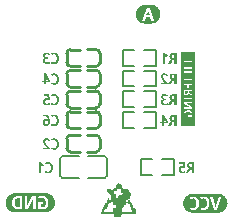
<source format=gbo>
G04 Layer: BottomSilkscreenLayer*
G04 EasyEDA v6.5.40, 2024-02-17 19:59:00*
G04 9a5be75d700b4a6385dc1106f27949ae,10*
G04 Gerber Generator version 0.2*
G04 Scale: 100 percent, Rotated: No, Reflected: No *
G04 Dimensions in millimeters *
G04 leading zeros omitted , absolute positions ,4 integer and 5 decimal *
%FSLAX45Y45*%
%MOMM*%

%ADD10C,0.2540*%
%ADD11C,0.1524*%

%LPD*%
G36*
X995832Y-1630375D02*
G01*
X994664Y-1631543D01*
X994664Y-1639874D01*
X993444Y-1641043D01*
X985113Y-1641043D01*
X983945Y-1642262D01*
X983945Y-1650593D01*
X982726Y-1651762D01*
X974394Y-1651762D01*
X973226Y-1652981D01*
X973226Y-1672031D01*
X972007Y-1673199D01*
X963676Y-1673199D01*
X962507Y-1674418D01*
X962507Y-1682750D01*
X961288Y-1683918D01*
X952957Y-1683918D01*
X951788Y-1685137D01*
X951788Y-1694637D01*
X942086Y-1694637D01*
X939952Y-1693773D01*
X931468Y-1693519D01*
X931214Y-1685036D01*
X929233Y-1683918D01*
X899414Y-1683918D01*
X898194Y-1685137D01*
X898194Y-1704136D01*
X951788Y-1704136D01*
X951788Y-1694637D01*
X961288Y-1694637D01*
X962507Y-1695856D01*
X962507Y-1705356D01*
X982726Y-1705356D01*
X983945Y-1704136D01*
X983945Y-1685137D01*
X985113Y-1683918D01*
X993444Y-1683918D01*
X994664Y-1682750D01*
X994664Y-1674418D01*
X995832Y-1673199D01*
X1004163Y-1673199D01*
X1005332Y-1674418D01*
X1005332Y-1682750D01*
X1006551Y-1683918D01*
X1014882Y-1683918D01*
X1016050Y-1685137D01*
X1016050Y-1714855D01*
X1017269Y-1716074D01*
X1037488Y-1716074D01*
X1037488Y-1725574D01*
X1036319Y-1726793D01*
X1027988Y-1726793D01*
X1026769Y-1727962D01*
X1026769Y-1736293D01*
X1025601Y-1737512D01*
X1006551Y-1737512D01*
X1005332Y-1738680D01*
X1005332Y-1747012D01*
X1004163Y-1748231D01*
X995832Y-1748231D01*
X994664Y-1749399D01*
X994664Y-1757730D01*
X993444Y-1758899D01*
X974394Y-1758899D01*
X973226Y-1757730D01*
X973226Y-1727962D01*
X972007Y-1726793D01*
X963676Y-1726793D01*
X962507Y-1725574D01*
X962507Y-1705356D01*
X952957Y-1705356D01*
X951788Y-1704136D01*
X898194Y-1704136D01*
X899312Y-1706422D01*
X907694Y-1706575D01*
X907846Y-1714957D01*
X909980Y-1716074D01*
X918464Y-1716074D01*
X919632Y-1717243D01*
X919632Y-1725726D01*
X920750Y-1727860D01*
X929132Y-1728012D01*
X929132Y-1736140D01*
X930351Y-1738528D01*
X930351Y-1780336D01*
X920851Y-1780336D01*
X919632Y-1779168D01*
X919632Y-1760118D01*
X918464Y-1758899D01*
X910132Y-1758899D01*
X908913Y-1760118D01*
X908913Y-1779168D01*
X907745Y-1780336D01*
X899414Y-1780336D01*
X898194Y-1781556D01*
X898194Y-1800606D01*
X897026Y-1801774D01*
X888695Y-1801774D01*
X887476Y-1802993D01*
X887476Y-1821992D01*
X886307Y-1823212D01*
X877976Y-1823212D01*
X876757Y-1824380D01*
X876757Y-1832711D01*
X875588Y-1833930D01*
X867257Y-1833930D01*
X866089Y-1835099D01*
X866089Y-1854149D01*
X864869Y-1855368D01*
X856538Y-1855368D01*
X855370Y-1856536D01*
X855370Y-1875586D01*
X876757Y-1875586D01*
X876757Y-1867255D01*
X877976Y-1866087D01*
X886307Y-1866087D01*
X887476Y-1864868D01*
X887476Y-1856536D01*
X888695Y-1855368D01*
X897026Y-1855368D01*
X898194Y-1854149D01*
X898194Y-1835099D01*
X899414Y-1833930D01*
X907745Y-1833930D01*
X908913Y-1832711D01*
X908913Y-1813712D01*
X910132Y-1812493D01*
X918464Y-1812493D01*
X919632Y-1811324D01*
X919632Y-1802993D01*
X920851Y-1801774D01*
X929182Y-1801774D01*
X930351Y-1800606D01*
X930351Y-1780336D01*
X939850Y-1780336D01*
X941069Y-1781556D01*
X941069Y-1789887D01*
X942238Y-1791055D01*
X950569Y-1791055D01*
X951788Y-1792274D01*
X951788Y-1821992D01*
X952957Y-1823212D01*
X972007Y-1823212D01*
X973226Y-1824380D01*
X973226Y-1843430D01*
X972007Y-1844649D01*
X952957Y-1844649D01*
X951788Y-1845818D01*
X951788Y-1887474D01*
X942238Y-1887474D01*
X941069Y-1886305D01*
X941069Y-1877974D01*
X939850Y-1876806D01*
X877976Y-1876806D01*
X876757Y-1875586D01*
X855370Y-1875586D01*
X854151Y-1876806D01*
X851204Y-1876806D01*
X849985Y-1877974D01*
X849985Y-1897024D01*
X851204Y-1898192D01*
X950569Y-1898192D01*
X951788Y-1897024D01*
X951788Y-1887474D01*
X961288Y-1887474D01*
X962507Y-1888693D01*
X962507Y-1918462D01*
X963676Y-1919630D01*
X1014882Y-1919630D01*
X1016050Y-1918462D01*
X1016050Y-1910080D01*
X1017066Y-1908657D01*
X1025499Y-1908657D01*
X1026668Y-1907438D01*
X1026820Y-1845767D01*
X1027988Y-1844649D01*
X1036319Y-1844649D01*
X1037488Y-1843430D01*
X1037488Y-1835099D01*
X1038707Y-1833930D01*
X1047038Y-1833930D01*
X1048207Y-1832711D01*
X1048207Y-1824380D01*
X1049426Y-1823212D01*
X1057706Y-1823212D01*
X1058926Y-1821992D01*
X1058926Y-1781556D01*
X1060145Y-1780336D01*
X1080363Y-1780336D01*
X1080363Y-1789887D01*
X1079144Y-1791055D01*
X1070813Y-1791055D01*
X1069644Y-1792274D01*
X1069644Y-1800606D01*
X1070813Y-1801774D01*
X1079144Y-1801774D01*
X1080363Y-1802993D01*
X1080363Y-1811324D01*
X1081532Y-1812493D01*
X1089863Y-1812493D01*
X1091082Y-1813712D01*
X1091082Y-1832711D01*
X1092250Y-1833930D01*
X1100582Y-1833930D01*
X1101801Y-1835099D01*
X1101801Y-1864868D01*
X1102969Y-1866087D01*
X1111300Y-1866087D01*
X1112469Y-1867255D01*
X1112469Y-1875586D01*
X1111300Y-1876806D01*
X1038707Y-1876806D01*
X1037488Y-1877974D01*
X1037488Y-1897024D01*
X1038707Y-1898192D01*
X1148791Y-1898192D01*
X1150010Y-1897024D01*
X1150010Y-1877974D01*
X1148791Y-1876806D01*
X1145844Y-1876806D01*
X1144625Y-1875586D01*
X1144625Y-1856536D01*
X1143457Y-1855368D01*
X1135126Y-1855368D01*
X1133906Y-1854149D01*
X1133906Y-1845818D01*
X1132738Y-1844649D01*
X1124407Y-1844649D01*
X1123188Y-1843430D01*
X1123188Y-1824380D01*
X1122019Y-1823212D01*
X1113688Y-1823212D01*
X1112469Y-1821992D01*
X1112469Y-1802993D01*
X1111300Y-1801774D01*
X1102969Y-1801774D01*
X1101801Y-1800606D01*
X1101801Y-1792274D01*
X1100582Y-1791055D01*
X1092250Y-1791055D01*
X1091082Y-1789887D01*
X1091082Y-1781556D01*
X1089863Y-1780336D01*
X1080363Y-1780336D01*
X1080363Y-1770837D01*
X1081532Y-1769618D01*
X1089863Y-1769618D01*
X1091082Y-1768449D01*
X1091082Y-1749399D01*
X1092250Y-1748231D01*
X1100582Y-1748231D01*
X1101801Y-1747012D01*
X1101801Y-1717243D01*
X1100582Y-1716074D01*
X1092250Y-1716074D01*
X1091082Y-1714855D01*
X1091082Y-1706372D01*
X1090218Y-1704238D01*
X1089964Y-1695754D01*
X1081481Y-1695500D01*
X1080363Y-1693519D01*
X1080363Y-1685137D01*
X1079144Y-1683918D01*
X1049426Y-1683918D01*
X1048207Y-1685137D01*
X1048207Y-1714855D01*
X1047038Y-1716074D01*
X1037488Y-1716074D01*
X1037488Y-1674418D01*
X1036319Y-1673199D01*
X1027988Y-1673199D01*
X1026769Y-1672031D01*
X1026769Y-1652981D01*
X1025601Y-1651762D01*
X1017269Y-1651762D01*
X1016050Y-1650593D01*
X1016050Y-1642262D01*
X1014882Y-1641043D01*
X1006551Y-1641043D01*
X1005332Y-1639874D01*
X1005332Y-1631543D01*
X1004163Y-1630375D01*
G37*
G36*
X121158Y-1720189D02*
G01*
X114604Y-1720443D01*
X108204Y-1721256D01*
X102006Y-1722526D01*
X95961Y-1724253D01*
X90119Y-1726488D01*
X84480Y-1729079D01*
X79146Y-1732127D01*
X74015Y-1735582D01*
X69240Y-1739392D01*
X64719Y-1743557D01*
X60553Y-1748078D01*
X56743Y-1752854D01*
X53340Y-1757984D01*
X50292Y-1763318D01*
X47650Y-1768957D01*
X45415Y-1774748D01*
X43688Y-1780844D01*
X42418Y-1787042D01*
X41656Y-1793443D01*
X41396Y-1799031D01*
X95808Y-1799031D01*
X96215Y-1790598D01*
X97332Y-1782927D01*
X99263Y-1775866D01*
X101904Y-1769567D01*
X105308Y-1764080D01*
X109423Y-1759305D01*
X114198Y-1755190D01*
X119684Y-1751787D01*
X125831Y-1749145D01*
X132486Y-1747215D01*
X139649Y-1746097D01*
X147370Y-1745691D01*
X224078Y-1745691D01*
X224028Y-1804619D01*
X223062Y-1830273D01*
X223570Y-1830273D01*
X269290Y-1745691D01*
X294944Y-1745691D01*
X294944Y-1850085D01*
X318312Y-1850085D01*
X318312Y-1794713D01*
X358190Y-1794713D01*
X358190Y-1811223D01*
X338124Y-1811223D01*
X338124Y-1837385D01*
X343458Y-1838655D01*
X350215Y-1839366D01*
X353364Y-1839417D01*
X358241Y-1839112D01*
X362661Y-1838198D01*
X366623Y-1836724D01*
X370128Y-1834591D01*
X373227Y-1831797D01*
X375869Y-1828546D01*
X378053Y-1824837D01*
X379780Y-1820621D01*
X381254Y-1815998D01*
X382270Y-1811020D01*
X382879Y-1805736D01*
X383082Y-1800047D01*
X382879Y-1794256D01*
X382168Y-1788871D01*
X380949Y-1783842D01*
X379272Y-1779219D01*
X377190Y-1775053D01*
X374650Y-1771345D01*
X371703Y-1768195D01*
X368350Y-1765503D01*
X364693Y-1763268D01*
X360629Y-1761693D01*
X356057Y-1760728D01*
X351078Y-1760423D01*
X347675Y-1760524D01*
X341071Y-1761439D01*
X334772Y-1763115D01*
X329082Y-1765300D01*
X326440Y-1766519D01*
X319582Y-1750517D01*
X326390Y-1747774D01*
X334060Y-1745691D01*
X342188Y-1744573D01*
X350824Y-1744167D01*
X359054Y-1744573D01*
X366572Y-1745894D01*
X373532Y-1748028D01*
X379780Y-1751025D01*
X385419Y-1754784D01*
X390347Y-1759305D01*
X394563Y-1764436D01*
X398068Y-1770329D01*
X400761Y-1776831D01*
X402640Y-1783943D01*
X403809Y-1791563D01*
X404164Y-1799793D01*
X403809Y-1808480D01*
X402742Y-1816455D01*
X400913Y-1823720D01*
X398322Y-1830273D01*
X395224Y-1836115D01*
X391414Y-1841246D01*
X386943Y-1845665D01*
X381812Y-1849323D01*
X376072Y-1852218D01*
X369824Y-1854301D01*
X363016Y-1855520D01*
X355650Y-1855927D01*
X344982Y-1855571D01*
X335330Y-1854403D01*
X326644Y-1852574D01*
X318312Y-1850085D01*
X294944Y-1850085D01*
X294944Y-1854403D01*
X276656Y-1854403D01*
X276809Y-1793595D01*
X277926Y-1769059D01*
X277164Y-1769059D01*
X231444Y-1854403D01*
X205536Y-1854403D01*
X205536Y-1745691D01*
X180136Y-1745691D01*
X180136Y-1854403D01*
X150164Y-1854403D01*
X141986Y-1853996D01*
X134366Y-1852828D01*
X127355Y-1850847D01*
X120954Y-1848053D01*
X115214Y-1844598D01*
X110185Y-1840382D01*
X105816Y-1835353D01*
X102158Y-1829511D01*
X99415Y-1823059D01*
X97434Y-1815795D01*
X96215Y-1807819D01*
X95808Y-1799031D01*
X41396Y-1799031D01*
X41656Y-1806549D01*
X42418Y-1812950D01*
X43688Y-1819198D01*
X45415Y-1825243D01*
X47650Y-1831086D01*
X50292Y-1836674D01*
X53340Y-1842058D01*
X56743Y-1847138D01*
X60553Y-1851914D01*
X64719Y-1856435D01*
X69240Y-1860600D01*
X74015Y-1864410D01*
X79146Y-1867865D01*
X84480Y-1870913D01*
X90119Y-1873554D01*
X95961Y-1875739D01*
X102006Y-1877466D01*
X108204Y-1878736D01*
X114604Y-1879549D01*
X121158Y-1879803D01*
X378815Y-1879803D01*
X385368Y-1879549D01*
X391769Y-1878736D01*
X398018Y-1877466D01*
X404063Y-1875739D01*
X409905Y-1873554D01*
X415493Y-1870913D01*
X420878Y-1867865D01*
X425958Y-1864410D01*
X430784Y-1860600D01*
X435254Y-1856435D01*
X439420Y-1851914D01*
X443230Y-1847138D01*
X446684Y-1842058D01*
X449732Y-1836674D01*
X452374Y-1831086D01*
X454558Y-1825243D01*
X456336Y-1819198D01*
X457606Y-1812950D01*
X458368Y-1806549D01*
X458622Y-1799996D01*
X458368Y-1793443D01*
X457606Y-1787042D01*
X456336Y-1780844D01*
X454558Y-1774748D01*
X452374Y-1768957D01*
X449732Y-1763318D01*
X446684Y-1757984D01*
X443230Y-1752854D01*
X439420Y-1748078D01*
X435254Y-1743557D01*
X430784Y-1739392D01*
X425958Y-1735582D01*
X420878Y-1732127D01*
X415493Y-1729079D01*
X409905Y-1726488D01*
X404063Y-1724253D01*
X398018Y-1722526D01*
X391769Y-1721256D01*
X385368Y-1720443D01*
X378815Y-1720189D01*
G37*
G36*
X147370Y-1761693D02*
G01*
X142646Y-1761947D01*
X138226Y-1762709D01*
X134264Y-1763979D01*
X130606Y-1765757D01*
X127508Y-1768043D01*
X124764Y-1770888D01*
X122428Y-1774291D01*
X120446Y-1778203D01*
X119024Y-1782673D01*
X118008Y-1787753D01*
X117348Y-1793341D01*
X117144Y-1799539D01*
X117652Y-1808581D01*
X119126Y-1816455D01*
X121564Y-1823059D01*
X125018Y-1828495D01*
X129641Y-1832711D01*
X135280Y-1835759D01*
X141935Y-1837537D01*
X149656Y-1838147D01*
X159562Y-1838147D01*
X159562Y-1761693D01*
G37*
G36*
X1624990Y-1725015D02*
G01*
X1618437Y-1725269D01*
X1612036Y-1726031D01*
X1605838Y-1727301D01*
X1599793Y-1729079D01*
X1593951Y-1731264D01*
X1588312Y-1733905D01*
X1582978Y-1736953D01*
X1577848Y-1740407D01*
X1573072Y-1744218D01*
X1568551Y-1748383D01*
X1564386Y-1752854D01*
X1561819Y-1756105D01*
X1599590Y-1756105D01*
X1606194Y-1753107D01*
X1613814Y-1750771D01*
X1621840Y-1749399D01*
X1629562Y-1748993D01*
X1635251Y-1749247D01*
X1640636Y-1750009D01*
X1645666Y-1751279D01*
X1650390Y-1753057D01*
X1655994Y-1756105D01*
X1688236Y-1756105D01*
X1694789Y-1753107D01*
X1698396Y-1751838D01*
X1702206Y-1750771D01*
X1710232Y-1749399D01*
X1717954Y-1748993D01*
X1723643Y-1749247D01*
X1729028Y-1750009D01*
X1731040Y-1750517D01*
X1795678Y-1750517D01*
X1815998Y-1822094D01*
X1818538Y-1833067D01*
X1820062Y-1840941D01*
X1820519Y-1837182D01*
X1822399Y-1828546D01*
X1824583Y-1820214D01*
X1844446Y-1750517D01*
X1866290Y-1750517D01*
X1831492Y-1859229D01*
X1808632Y-1859229D01*
X1773580Y-1750517D01*
X1731040Y-1750517D01*
X1734057Y-1751279D01*
X1738782Y-1753057D01*
X1743202Y-1755292D01*
X1747215Y-1757934D01*
X1750923Y-1760982D01*
X1754276Y-1764487D01*
X1757273Y-1768449D01*
X1759813Y-1772716D01*
X1761947Y-1777339D01*
X1763674Y-1782267D01*
X1765147Y-1787448D01*
X1766163Y-1792986D01*
X1766773Y-1798777D01*
X1766976Y-1804873D01*
X1766671Y-1813001D01*
X1765706Y-1820621D01*
X1764131Y-1827733D01*
X1761896Y-1834337D01*
X1759051Y-1840230D01*
X1755495Y-1845411D01*
X1751279Y-1849983D01*
X1746402Y-1853895D01*
X1740865Y-1856892D01*
X1734616Y-1859025D01*
X1727657Y-1860296D01*
X1719986Y-1860753D01*
X1712163Y-1860397D01*
X1705000Y-1859483D01*
X1698548Y-1857857D01*
X1692300Y-1855673D01*
X1692300Y-1838909D01*
X1698650Y-1841093D01*
X1705000Y-1842719D01*
X1711248Y-1843836D01*
X1717700Y-1844243D01*
X1722221Y-1843938D01*
X1726336Y-1843074D01*
X1730095Y-1841652D01*
X1733448Y-1839671D01*
X1736293Y-1836978D01*
X1738782Y-1833880D01*
X1740865Y-1830273D01*
X1742592Y-1826209D01*
X1743913Y-1821535D01*
X1744878Y-1816404D01*
X1745437Y-1810867D01*
X1745640Y-1804873D01*
X1745538Y-1800402D01*
X1744624Y-1792274D01*
X1743862Y-1788617D01*
X1742846Y-1785061D01*
X1741627Y-1781759D01*
X1740204Y-1778711D01*
X1738528Y-1775917D01*
X1736648Y-1773478D01*
X1734515Y-1771396D01*
X1732178Y-1769567D01*
X1729638Y-1768043D01*
X1727047Y-1766824D01*
X1724253Y-1765909D01*
X1721307Y-1765401D01*
X1718208Y-1765249D01*
X1715058Y-1765350D01*
X1708962Y-1766366D01*
X1703222Y-1768398D01*
X1695094Y-1772107D01*
X1688236Y-1756105D01*
X1655994Y-1756105D01*
X1658772Y-1757934D01*
X1662379Y-1760982D01*
X1665630Y-1764487D01*
X1668627Y-1768449D01*
X1671218Y-1772716D01*
X1673453Y-1777339D01*
X1675282Y-1782267D01*
X1676603Y-1787448D01*
X1677568Y-1792986D01*
X1678127Y-1798777D01*
X1678330Y-1804873D01*
X1678025Y-1813001D01*
X1677060Y-1820621D01*
X1675485Y-1827733D01*
X1673250Y-1834337D01*
X1670456Y-1840230D01*
X1666951Y-1845411D01*
X1662734Y-1849983D01*
X1657756Y-1853895D01*
X1652219Y-1856892D01*
X1645970Y-1859025D01*
X1639011Y-1860296D01*
X1631340Y-1860753D01*
X1623618Y-1860397D01*
X1616608Y-1859483D01*
X1610055Y-1857857D01*
X1603654Y-1855673D01*
X1603654Y-1838909D01*
X1610004Y-1841093D01*
X1616354Y-1842719D01*
X1622704Y-1843836D01*
X1629054Y-1844243D01*
X1633677Y-1843938D01*
X1637842Y-1843074D01*
X1641551Y-1841652D01*
X1644802Y-1839671D01*
X1647799Y-1836978D01*
X1650339Y-1833880D01*
X1652473Y-1830273D01*
X1654200Y-1826209D01*
X1655521Y-1821535D01*
X1656486Y-1816404D01*
X1657045Y-1810867D01*
X1657248Y-1804873D01*
X1657146Y-1800402D01*
X1656232Y-1792274D01*
X1655470Y-1788617D01*
X1653082Y-1781759D01*
X1651558Y-1778711D01*
X1649882Y-1775917D01*
X1648002Y-1773478D01*
X1645970Y-1771396D01*
X1643684Y-1769567D01*
X1641246Y-1768043D01*
X1638503Y-1766824D01*
X1635658Y-1765909D01*
X1632661Y-1765401D01*
X1629562Y-1765249D01*
X1626412Y-1765350D01*
X1620316Y-1766366D01*
X1614576Y-1768398D01*
X1606448Y-1772107D01*
X1599590Y-1756105D01*
X1561819Y-1756105D01*
X1557172Y-1762760D01*
X1554124Y-1768144D01*
X1551482Y-1773732D01*
X1549247Y-1779574D01*
X1547520Y-1785620D01*
X1546250Y-1791868D01*
X1545437Y-1798269D01*
X1545183Y-1804822D01*
X1545437Y-1811324D01*
X1546250Y-1817725D01*
X1547520Y-1823974D01*
X1549247Y-1830019D01*
X1551482Y-1835861D01*
X1554124Y-1841500D01*
X1557172Y-1846834D01*
X1560576Y-1851914D01*
X1564386Y-1856739D01*
X1568551Y-1861261D01*
X1573072Y-1865375D01*
X1577848Y-1869236D01*
X1582978Y-1872640D01*
X1588312Y-1875688D01*
X1593951Y-1878330D01*
X1599793Y-1880565D01*
X1605838Y-1882292D01*
X1612036Y-1883562D01*
X1618437Y-1884324D01*
X1624990Y-1884629D01*
X1840890Y-1884629D01*
X1847443Y-1884324D01*
X1853844Y-1883562D01*
X1860092Y-1882292D01*
X1866138Y-1880565D01*
X1871980Y-1878330D01*
X1877568Y-1875688D01*
X1882952Y-1872640D01*
X1888032Y-1869236D01*
X1892858Y-1865375D01*
X1897329Y-1861261D01*
X1901494Y-1856739D01*
X1905304Y-1851914D01*
X1908759Y-1846834D01*
X1911807Y-1841500D01*
X1914448Y-1835861D01*
X1916633Y-1830019D01*
X1918360Y-1823974D01*
X1919681Y-1817725D01*
X1920443Y-1811324D01*
X1920697Y-1804822D01*
X1920443Y-1798269D01*
X1919681Y-1791868D01*
X1918360Y-1785620D01*
X1916633Y-1779574D01*
X1914448Y-1773732D01*
X1911807Y-1768144D01*
X1908759Y-1762760D01*
X1905304Y-1757680D01*
X1901494Y-1752854D01*
X1897329Y-1748383D01*
X1892858Y-1744218D01*
X1888032Y-1740407D01*
X1882952Y-1736953D01*
X1877568Y-1733905D01*
X1871980Y-1731264D01*
X1866138Y-1729079D01*
X1860092Y-1727301D01*
X1853844Y-1726031D01*
X1847443Y-1725269D01*
X1840890Y-1725015D01*
G37*
G36*
X1224991Y-125018D02*
G01*
X1218438Y-125272D01*
X1212037Y-126034D01*
X1205839Y-127304D01*
X1199794Y-129082D01*
X1193952Y-131267D01*
X1188313Y-133908D01*
X1182979Y-136956D01*
X1177848Y-140411D01*
X1173073Y-144221D01*
X1168552Y-148386D01*
X1164386Y-152857D01*
X1160576Y-157683D01*
X1157173Y-162763D01*
X1154125Y-168148D01*
X1151483Y-173736D01*
X1149248Y-179578D01*
X1147521Y-185623D01*
X1146251Y-191871D01*
X1145438Y-198272D01*
X1145184Y-204825D01*
X1145438Y-211328D01*
X1146251Y-217728D01*
X1147521Y-223977D01*
X1149248Y-230022D01*
X1151483Y-235864D01*
X1154125Y-241503D01*
X1157173Y-246837D01*
X1160576Y-251917D01*
X1164386Y-256743D01*
X1166680Y-259232D01*
X1199642Y-259232D01*
X1236218Y-150012D01*
X1260856Y-150012D01*
X1297432Y-259232D01*
X1275588Y-259232D01*
X1267206Y-230530D01*
X1229868Y-230530D01*
X1221486Y-259232D01*
X1166680Y-259232D01*
X1168552Y-261264D01*
X1173073Y-265379D01*
X1177848Y-269240D01*
X1182979Y-272643D01*
X1188313Y-275691D01*
X1193952Y-278333D01*
X1199794Y-280568D01*
X1205839Y-282295D01*
X1212037Y-283565D01*
X1218438Y-284327D01*
X1224991Y-284632D01*
X1272032Y-284632D01*
X1278585Y-284327D01*
X1284986Y-283565D01*
X1291234Y-282295D01*
X1297279Y-280568D01*
X1303121Y-278333D01*
X1308709Y-275691D01*
X1314094Y-272643D01*
X1319174Y-269240D01*
X1324000Y-265379D01*
X1328470Y-261264D01*
X1332636Y-256743D01*
X1336446Y-251917D01*
X1339900Y-246837D01*
X1342948Y-241503D01*
X1345590Y-235864D01*
X1347774Y-230022D01*
X1349502Y-223977D01*
X1350822Y-217728D01*
X1351584Y-211328D01*
X1351838Y-204825D01*
X1351584Y-198272D01*
X1350822Y-191871D01*
X1349502Y-185623D01*
X1347774Y-179578D01*
X1345590Y-173736D01*
X1342948Y-168148D01*
X1339900Y-162763D01*
X1336446Y-157683D01*
X1332636Y-152857D01*
X1328470Y-148386D01*
X1324000Y-144221D01*
X1319174Y-140411D01*
X1314094Y-136956D01*
X1308709Y-133908D01*
X1303121Y-131267D01*
X1297279Y-129082D01*
X1291234Y-127304D01*
X1284986Y-126034D01*
X1278585Y-125272D01*
X1272032Y-125018D01*
G37*
G36*
X1248410Y-165760D02*
G01*
X1243584Y-185572D01*
X1234694Y-213766D01*
X1261872Y-213766D01*
X1251610Y-179120D01*
G37*
G36*
X1525016Y-524052D02*
G01*
X1525016Y-598525D01*
X1622958Y-598525D01*
X1622958Y-611733D01*
X1593494Y-611733D01*
X1593494Y-635609D01*
X1582572Y-635609D01*
X1582572Y-611733D01*
X1561236Y-611733D01*
X1561236Y-637641D01*
X1550314Y-637641D01*
X1550314Y-598525D01*
X1525016Y-598525D01*
X1525016Y-644499D01*
X1557934Y-644499D01*
X1561236Y-652881D01*
X1612290Y-652881D01*
X1615592Y-644499D01*
X1622958Y-644499D01*
X1622958Y-674725D01*
X1615592Y-674725D01*
X1612290Y-666343D01*
X1561236Y-666343D01*
X1557934Y-674725D01*
X1550314Y-674725D01*
X1550314Y-644499D01*
X1525016Y-644499D01*
X1525016Y-686663D01*
X1622958Y-686663D01*
X1622958Y-728065D01*
X1612036Y-728065D01*
X1612036Y-700125D01*
X1550314Y-700125D01*
X1550314Y-686663D01*
X1525016Y-686663D01*
X1525016Y-731113D01*
X1561490Y-731113D01*
X1561490Y-749909D01*
X1622958Y-749909D01*
X1622958Y-763625D01*
X1561490Y-763625D01*
X1561490Y-782421D01*
X1550314Y-782421D01*
X1550314Y-731113D01*
X1525016Y-731113D01*
X1525016Y-792581D01*
X1622958Y-792581D01*
X1622958Y-831697D01*
X1612036Y-831697D01*
X1612036Y-806297D01*
X1590700Y-806297D01*
X1590700Y-830173D01*
X1579778Y-830173D01*
X1579778Y-806297D01*
X1561236Y-806297D01*
X1561236Y-831697D01*
X1550314Y-831697D01*
X1550314Y-792581D01*
X1525016Y-792581D01*
X1525016Y-845667D01*
X1622958Y-845667D01*
X1622958Y-859383D01*
X1594256Y-859383D01*
X1594256Y-868273D01*
X1622958Y-884021D01*
X1622958Y-899261D01*
X1590954Y-879957D01*
X1589227Y-883107D01*
X1587144Y-886053D01*
X1584248Y-888695D01*
X1582623Y-889762D01*
X1578762Y-891387D01*
X1574190Y-892302D01*
X1571650Y-892403D01*
X1568196Y-892200D01*
X1565097Y-891692D01*
X1562252Y-890828D01*
X1559712Y-889609D01*
X1557528Y-887882D01*
X1555699Y-885850D01*
X1554124Y-883462D01*
X1552854Y-880719D01*
X1551736Y-877620D01*
X1550924Y-874115D01*
X1550466Y-870203D01*
X1550314Y-845667D01*
X1525016Y-845667D01*
X1525016Y-902817D01*
X1557934Y-902817D01*
X1561236Y-911199D01*
X1612290Y-911199D01*
X1615592Y-902817D01*
X1622958Y-902817D01*
X1622958Y-933043D01*
X1615592Y-933043D01*
X1612290Y-924661D01*
X1561236Y-924661D01*
X1557934Y-933043D01*
X1550314Y-933043D01*
X1550314Y-902817D01*
X1525016Y-902817D01*
X1525016Y-944981D01*
X1622958Y-944981D01*
X1622958Y-957173D01*
X1581048Y-957173D01*
X1566062Y-956411D01*
X1566062Y-956665D01*
X1622958Y-987399D01*
X1622958Y-1004417D01*
X1550314Y-1004417D01*
X1550314Y-992225D01*
X1592478Y-992225D01*
X1606956Y-992987D01*
X1606956Y-992479D01*
X1550314Y-961999D01*
X1550314Y-944981D01*
X1525016Y-944981D01*
X1525016Y-1054201D01*
X1549298Y-1054201D01*
X1549552Y-1048562D01*
X1550416Y-1043432D01*
X1551838Y-1038809D01*
X1553870Y-1034643D01*
X1556359Y-1030935D01*
X1559356Y-1027734D01*
X1562862Y-1024940D01*
X1566824Y-1022705D01*
X1571193Y-1020826D01*
X1575968Y-1019454D01*
X1581099Y-1018641D01*
X1586636Y-1018387D01*
X1592376Y-1018590D01*
X1597660Y-1019302D01*
X1602536Y-1020521D01*
X1606956Y-1022197D01*
X1610868Y-1024432D01*
X1614322Y-1027023D01*
X1617218Y-1029969D01*
X1619656Y-1033373D01*
X1621536Y-1037234D01*
X1622856Y-1041400D01*
X1623669Y-1045971D01*
X1623974Y-1050899D01*
X1623720Y-1057910D01*
X1622958Y-1064361D01*
X1621688Y-1070203D01*
X1619910Y-1075537D01*
X1583080Y-1075537D01*
X1583080Y-1049121D01*
X1594256Y-1049121D01*
X1594256Y-1062583D01*
X1611782Y-1062583D01*
X1612798Y-1056233D01*
X1613052Y-1052423D01*
X1612849Y-1049121D01*
X1612188Y-1046175D01*
X1611172Y-1043533D01*
X1609750Y-1041247D01*
X1607921Y-1039114D01*
X1605737Y-1037285D01*
X1603197Y-1035812D01*
X1600352Y-1034643D01*
X1597304Y-1033729D01*
X1590548Y-1032713D01*
X1582928Y-1032764D01*
X1579321Y-1033221D01*
X1575968Y-1034034D01*
X1570024Y-1036421D01*
X1567484Y-1038047D01*
X1565351Y-1039977D01*
X1563522Y-1042263D01*
X1562150Y-1044803D01*
X1561236Y-1047597D01*
X1560626Y-1050645D01*
X1560525Y-1056182D01*
X1561033Y-1060500D01*
X1562150Y-1064666D01*
X1564538Y-1070457D01*
X1553870Y-1075029D01*
X1551990Y-1070254D01*
X1550568Y-1065123D01*
X1549603Y-1059738D01*
X1549298Y-1054201D01*
X1525016Y-1054201D01*
X1525016Y-1150010D01*
X1648358Y-1150010D01*
X1648358Y-524052D01*
G37*
G36*
X1561236Y-859383D02*
G01*
X1561287Y-867410D01*
X1561795Y-871219D01*
X1562252Y-872845D01*
X1562912Y-874268D01*
X1564690Y-876401D01*
X1567027Y-877824D01*
X1570228Y-878586D01*
X1573987Y-878586D01*
X1577136Y-877824D01*
X1579676Y-876401D01*
X1581607Y-874268D01*
X1582877Y-871321D01*
X1583486Y-867664D01*
X1583588Y-859383D01*
G37*
G36*
X451307Y-530860D02*
G01*
X444804Y-531266D01*
X438099Y-532384D01*
X431495Y-534416D01*
X425907Y-536956D01*
X431749Y-550672D01*
X441147Y-546608D01*
X446176Y-545287D01*
X451561Y-544830D01*
X454202Y-544982D01*
X456692Y-545439D01*
X459130Y-546150D01*
X461467Y-547116D01*
X465480Y-550113D01*
X468833Y-553974D01*
X471525Y-558952D01*
X473405Y-564642D01*
X474522Y-571347D01*
X474929Y-578612D01*
X474776Y-583742D01*
X474268Y-588467D01*
X473506Y-592785D01*
X472389Y-596646D01*
X470966Y-600252D01*
X469138Y-603402D01*
X467004Y-606094D01*
X464515Y-608330D01*
X461670Y-610006D01*
X458470Y-611225D01*
X454964Y-611936D01*
X448259Y-612089D01*
X442823Y-611581D01*
X437438Y-610463D01*
X432104Y-608685D01*
X429463Y-607568D01*
X429463Y-621792D01*
X434848Y-623824D01*
X440385Y-625348D01*
X446328Y-626110D01*
X453085Y-626364D01*
X459638Y-626008D01*
X465582Y-624840D01*
X470966Y-622960D01*
X475691Y-620268D01*
X479856Y-617067D01*
X483412Y-613257D01*
X486460Y-608787D01*
X488899Y-603758D01*
X492150Y-592175D01*
X493217Y-578612D01*
X493064Y-573430D01*
X492506Y-568452D01*
X491642Y-563778D01*
X490423Y-559308D01*
X488848Y-555142D01*
X486968Y-551281D01*
X484784Y-547674D01*
X482295Y-544322D01*
X479450Y-541324D01*
X476300Y-538683D01*
X472846Y-536397D01*
X469087Y-534416D01*
X465124Y-532892D01*
X460857Y-531774D01*
X456234Y-531114D01*
G37*
G36*
X388315Y-530860D02*
G01*
X381863Y-531266D01*
X376174Y-532384D01*
X371297Y-534314D01*
X367233Y-536956D01*
X363880Y-540308D01*
X361492Y-544169D01*
X360070Y-548538D01*
X359613Y-553466D01*
X359765Y-556463D01*
X360222Y-559257D01*
X361035Y-561898D01*
X362153Y-564388D01*
X363524Y-566572D01*
X365150Y-568553D01*
X366979Y-570280D01*
X371144Y-573176D01*
X373430Y-574395D01*
X375970Y-575360D01*
X378663Y-576072D01*
X378663Y-576580D01*
X373684Y-577494D01*
X369316Y-578967D01*
X365658Y-580948D01*
X362661Y-583438D01*
X360324Y-586486D01*
X358648Y-589940D01*
X357682Y-593852D01*
X357327Y-598170D01*
X357530Y-602132D01*
X358241Y-605891D01*
X359308Y-609396D01*
X360883Y-612648D01*
X362915Y-615645D01*
X365506Y-618337D01*
X368655Y-620623D01*
X372313Y-622554D01*
X376428Y-624230D01*
X381101Y-625449D01*
X386334Y-626160D01*
X395833Y-626313D01*
X402539Y-625652D01*
X408584Y-624382D01*
X414426Y-622503D01*
X417271Y-621284D01*
X417271Y-606806D01*
X414426Y-608279D01*
X408482Y-610565D01*
X402336Y-612089D01*
X396595Y-612851D01*
X389178Y-612648D01*
X385267Y-611886D01*
X382117Y-610616D01*
X379679Y-608838D01*
X377799Y-606602D01*
X376428Y-603961D01*
X375615Y-600913D01*
X375361Y-597408D01*
X375513Y-595223D01*
X375920Y-593242D01*
X376631Y-591413D01*
X378815Y-588365D01*
X380288Y-587146D01*
X382117Y-586079D01*
X384251Y-585216D01*
X386842Y-584555D01*
X393192Y-583793D01*
X403555Y-583692D01*
X403555Y-570738D01*
X393192Y-570636D01*
X390093Y-570230D01*
X387350Y-569620D01*
X383032Y-567740D01*
X381304Y-566572D01*
X379984Y-565200D01*
X378053Y-562051D01*
X377393Y-560273D01*
X376885Y-556260D01*
X377088Y-553669D01*
X377698Y-551332D01*
X378764Y-549351D01*
X380187Y-547624D01*
X382016Y-546201D01*
X384200Y-545185D01*
X386689Y-544525D01*
X389585Y-544322D01*
X393700Y-544576D01*
X397459Y-545338D01*
X401015Y-546557D01*
X404063Y-548132D01*
X409143Y-551434D01*
X417017Y-540258D01*
X411378Y-536600D01*
X407263Y-534466D01*
X402590Y-532841D01*
X397256Y-531571D01*
X391414Y-530961D01*
G37*
G36*
X451408Y-705866D02*
G01*
X444754Y-706272D01*
X437946Y-707390D01*
X431546Y-709422D01*
X426008Y-711962D01*
X431850Y-725678D01*
X441248Y-721614D01*
X446227Y-720293D01*
X448767Y-719937D01*
X454101Y-719988D01*
X456692Y-720394D01*
X461314Y-722122D01*
X463499Y-723493D01*
X467309Y-726948D01*
X468934Y-728980D01*
X471627Y-733958D01*
X473506Y-739648D01*
X474624Y-746302D01*
X475030Y-753618D01*
X474878Y-758748D01*
X474370Y-763473D01*
X473608Y-767791D01*
X472490Y-771652D01*
X471068Y-775258D01*
X469239Y-778408D01*
X467106Y-781100D01*
X464616Y-783336D01*
X461772Y-785012D01*
X458571Y-786180D01*
X455066Y-786942D01*
X448360Y-787095D01*
X442925Y-786587D01*
X437540Y-785469D01*
X429310Y-782574D01*
X429310Y-796798D01*
X434797Y-798830D01*
X440486Y-800354D01*
X446481Y-801116D01*
X453186Y-801370D01*
X459638Y-801014D01*
X465480Y-799846D01*
X470814Y-797966D01*
X475538Y-795274D01*
X479704Y-792073D01*
X483311Y-788212D01*
X486308Y-783793D01*
X488746Y-778764D01*
X491998Y-767130D01*
X493064Y-753618D01*
X492912Y-748436D01*
X492353Y-743458D01*
X491490Y-738784D01*
X490270Y-734314D01*
X488848Y-730148D01*
X487019Y-726236D01*
X484885Y-722680D01*
X482396Y-719328D01*
X479551Y-716330D01*
X476453Y-713689D01*
X472948Y-711403D01*
X469188Y-709422D01*
X465124Y-707898D01*
X460806Y-706780D01*
X456234Y-706120D01*
G37*
G36*
X364794Y-706882D02*
G01*
X364794Y-725678D01*
X381558Y-725678D01*
X386384Y-735838D01*
X404418Y-766826D01*
X381812Y-766826D01*
X381762Y-743153D01*
X381050Y-725678D01*
X364794Y-725678D01*
X364794Y-766826D01*
X353872Y-766826D01*
X353872Y-780034D01*
X364794Y-780034D01*
X364794Y-800100D01*
X381812Y-800100D01*
X381812Y-780034D01*
X419912Y-780034D01*
X419912Y-767842D01*
X381304Y-706882D01*
G37*
G36*
X451307Y-880973D02*
G01*
X444855Y-881380D01*
X438099Y-882497D01*
X431495Y-884428D01*
X428599Y-885647D01*
X425907Y-887069D01*
X431749Y-900531D01*
X436372Y-898550D01*
X443585Y-895959D01*
X448818Y-895045D01*
X451561Y-894943D01*
X454202Y-895096D01*
X456692Y-895502D01*
X459130Y-896213D01*
X461467Y-897229D01*
X463550Y-898499D01*
X465480Y-900074D01*
X468833Y-904087D01*
X470255Y-906373D01*
X471525Y-908913D01*
X473405Y-914755D01*
X474573Y-921308D01*
X474929Y-928725D01*
X474776Y-933754D01*
X474319Y-938428D01*
X473506Y-942797D01*
X472389Y-946759D01*
X470966Y-950264D01*
X469138Y-953312D01*
X467004Y-955954D01*
X464515Y-958189D01*
X461670Y-959967D01*
X458470Y-961237D01*
X454964Y-961999D01*
X451053Y-962253D01*
X445516Y-961948D01*
X440131Y-960983D01*
X434797Y-959510D01*
X429463Y-957681D01*
X429463Y-971905D01*
X434848Y-973886D01*
X440385Y-975207D01*
X446379Y-975969D01*
X453085Y-976223D01*
X459638Y-975868D01*
X465582Y-974750D01*
X470966Y-972921D01*
X475691Y-970381D01*
X479856Y-967130D01*
X483463Y-963269D01*
X486460Y-958748D01*
X488899Y-953617D01*
X492150Y-941984D01*
X493217Y-928471D01*
X493064Y-923391D01*
X492506Y-918514D01*
X491642Y-913841D01*
X490423Y-909421D01*
X488848Y-905154D01*
X487019Y-901192D01*
X484784Y-897534D01*
X482295Y-894181D01*
X479450Y-891184D01*
X476351Y-888542D01*
X472846Y-886256D01*
X469087Y-884275D01*
X465124Y-882853D01*
X460857Y-881786D01*
X456234Y-881176D01*
G37*
G36*
X363677Y-882243D02*
G01*
X363677Y-896467D01*
X395427Y-896467D01*
X397205Y-917803D01*
X389382Y-916686D01*
X385521Y-916533D01*
X381558Y-916736D01*
X377850Y-917346D01*
X374345Y-918413D01*
X371043Y-919835D01*
X368046Y-921664D01*
X365404Y-923848D01*
X363067Y-926388D01*
X361137Y-929233D01*
X359562Y-932586D01*
X358495Y-936244D01*
X357784Y-940206D01*
X357581Y-944473D01*
X357835Y-949248D01*
X358597Y-953668D01*
X359867Y-957783D01*
X361645Y-961491D01*
X363778Y-964844D01*
X366420Y-967790D01*
X369519Y-970330D01*
X373075Y-972413D01*
X377088Y-974090D01*
X381609Y-975258D01*
X386486Y-975969D01*
X391871Y-976223D01*
X398729Y-975918D01*
X405079Y-974953D01*
X410718Y-973378D01*
X413207Y-972362D01*
X415493Y-971143D01*
X415493Y-956665D01*
X410464Y-959002D01*
X404571Y-960983D01*
X398424Y-962304D01*
X392633Y-962761D01*
X389940Y-962660D01*
X385267Y-961745D01*
X383235Y-960983D01*
X381457Y-959967D01*
X379882Y-958697D01*
X378510Y-957173D01*
X376377Y-953465D01*
X375666Y-951280D01*
X375259Y-948791D01*
X375107Y-945997D01*
X375412Y-942289D01*
X376275Y-939088D01*
X377698Y-936345D01*
X379679Y-934059D01*
X382168Y-932383D01*
X385267Y-931214D01*
X389026Y-930503D01*
X395071Y-930300D01*
X398627Y-930554D01*
X406603Y-932027D01*
X413715Y-928217D01*
X410413Y-882243D01*
G37*
G36*
X451408Y-1055979D02*
G01*
X444754Y-1056335D01*
X437946Y-1057503D01*
X431546Y-1059434D01*
X428650Y-1060653D01*
X426008Y-1062075D01*
X431850Y-1075537D01*
X436473Y-1073556D01*
X443687Y-1070965D01*
X448767Y-1070051D01*
X454101Y-1070102D01*
X456692Y-1070508D01*
X459079Y-1071219D01*
X463499Y-1073505D01*
X465480Y-1075080D01*
X467309Y-1076960D01*
X470357Y-1081379D01*
X471627Y-1083919D01*
X473506Y-1089761D01*
X474624Y-1096314D01*
X475030Y-1103731D01*
X474878Y-1108760D01*
X474370Y-1113434D01*
X473608Y-1117803D01*
X472490Y-1121765D01*
X471068Y-1125220D01*
X469239Y-1128318D01*
X467106Y-1130960D01*
X464616Y-1133195D01*
X461772Y-1134973D01*
X458571Y-1136243D01*
X455066Y-1137005D01*
X451154Y-1137259D01*
X445617Y-1136954D01*
X440232Y-1135989D01*
X434848Y-1134516D01*
X429310Y-1132687D01*
X429310Y-1146911D01*
X434797Y-1148892D01*
X440486Y-1150213D01*
X446481Y-1150975D01*
X453186Y-1151229D01*
X459638Y-1150874D01*
X465480Y-1149756D01*
X470814Y-1147927D01*
X475538Y-1145387D01*
X479704Y-1142136D01*
X483311Y-1138275D01*
X486308Y-1133754D01*
X488746Y-1128623D01*
X491998Y-1116990D01*
X493064Y-1103477D01*
X492912Y-1098397D01*
X492353Y-1093520D01*
X491490Y-1088847D01*
X488848Y-1080160D01*
X487019Y-1076147D01*
X484885Y-1072540D01*
X482396Y-1069187D01*
X479551Y-1066190D01*
X476453Y-1063548D01*
X472948Y-1061212D01*
X469188Y-1059281D01*
X465124Y-1057859D01*
X460806Y-1056792D01*
X456234Y-1056182D01*
G37*
G36*
X372618Y-1055979D02*
G01*
X366268Y-1056386D01*
X362254Y-1056995D01*
X362254Y-1070457D01*
X364845Y-1069797D01*
X371906Y-1069187D01*
X377291Y-1069340D01*
X380746Y-1069746D01*
X383743Y-1070457D01*
X386384Y-1071473D01*
X388823Y-1072845D01*
X390956Y-1074470D01*
X392836Y-1076299D01*
X394512Y-1078331D01*
X396036Y-1080668D01*
X397306Y-1083157D01*
X398322Y-1085748D01*
X399745Y-1091488D01*
X400659Y-1097991D01*
X400862Y-1101445D01*
X400100Y-1101445D01*
X398119Y-1098397D01*
X395782Y-1095857D01*
X392988Y-1093571D01*
X389686Y-1091793D01*
X385622Y-1090828D01*
X381050Y-1090523D01*
X377342Y-1090726D01*
X373938Y-1091336D01*
X370789Y-1092403D01*
X367842Y-1093825D01*
X365201Y-1095756D01*
X362915Y-1098092D01*
X360883Y-1100734D01*
X359206Y-1103731D01*
X357886Y-1107186D01*
X356920Y-1110996D01*
X356362Y-1115060D01*
X356158Y-1119479D01*
X373176Y-1119479D01*
X373380Y-1115974D01*
X373938Y-1112875D01*
X374904Y-1110132D01*
X376224Y-1107795D01*
X377952Y-1105814D01*
X380085Y-1104392D01*
X382676Y-1103528D01*
X385622Y-1103223D01*
X387705Y-1103376D01*
X389636Y-1103782D01*
X391363Y-1104493D01*
X394411Y-1106627D01*
X395732Y-1107846D01*
X397814Y-1110843D01*
X399135Y-1114196D01*
X399491Y-1115923D01*
X399542Y-1119581D01*
X399186Y-1123137D01*
X398373Y-1126540D01*
X397103Y-1129842D01*
X395325Y-1132840D01*
X393039Y-1135278D01*
X390398Y-1137005D01*
X387502Y-1137920D01*
X385876Y-1138021D01*
X383133Y-1137716D01*
X380695Y-1136904D01*
X378561Y-1135430D01*
X376732Y-1133449D01*
X375158Y-1130858D01*
X374040Y-1127658D01*
X373380Y-1123899D01*
X373176Y-1119479D01*
X356158Y-1119479D01*
X356362Y-1124254D01*
X357022Y-1128674D01*
X358140Y-1132789D01*
X359714Y-1136497D01*
X361696Y-1139850D01*
X364032Y-1142796D01*
X366776Y-1145286D01*
X369874Y-1147419D01*
X373329Y-1149096D01*
X377037Y-1150264D01*
X381050Y-1150975D01*
X385368Y-1151229D01*
X388620Y-1151077D01*
X391769Y-1150670D01*
X394868Y-1149959D01*
X397814Y-1148943D01*
X400608Y-1147521D01*
X403199Y-1145794D01*
X405587Y-1143711D01*
X407720Y-1141323D01*
X409752Y-1138631D01*
X411581Y-1135583D01*
X413207Y-1132281D01*
X414578Y-1128623D01*
X415594Y-1124661D01*
X416306Y-1120292D01*
X416712Y-1115618D01*
X416814Y-1106525D01*
X416306Y-1098550D01*
X415239Y-1090726D01*
X413308Y-1083360D01*
X410616Y-1076502D01*
X408889Y-1073302D01*
X406806Y-1070305D01*
X404418Y-1067409D01*
X401828Y-1064869D01*
X398881Y-1062634D01*
X395630Y-1060704D01*
X391972Y-1059027D01*
X388061Y-1057706D01*
X383794Y-1056741D01*
X379069Y-1056182D01*
G37*
G36*
X401370Y-1455877D02*
G01*
X394716Y-1456283D01*
X387908Y-1457401D01*
X381508Y-1459433D01*
X375970Y-1461973D01*
X381812Y-1475689D01*
X386435Y-1473504D01*
X391210Y-1471625D01*
X396240Y-1470304D01*
X398881Y-1469948D01*
X401624Y-1469847D01*
X404215Y-1469999D01*
X406704Y-1470406D01*
X409041Y-1471117D01*
X411276Y-1472133D01*
X413461Y-1473504D01*
X417271Y-1476959D01*
X418896Y-1478991D01*
X421589Y-1483918D01*
X423468Y-1489659D01*
X424637Y-1496314D01*
X424992Y-1503629D01*
X424840Y-1508760D01*
X424332Y-1513484D01*
X423570Y-1517751D01*
X422452Y-1521663D01*
X421030Y-1525270D01*
X419201Y-1528419D01*
X417068Y-1531112D01*
X414578Y-1533347D01*
X411734Y-1535023D01*
X408533Y-1536192D01*
X405028Y-1536903D01*
X401116Y-1537157D01*
X395579Y-1536903D01*
X390194Y-1536141D01*
X384860Y-1534617D01*
X379526Y-1532585D01*
X379526Y-1546809D01*
X384911Y-1548841D01*
X390448Y-1550365D01*
X396392Y-1551127D01*
X403148Y-1551381D01*
X409600Y-1551025D01*
X415442Y-1549857D01*
X420776Y-1547977D01*
X425500Y-1545285D01*
X429768Y-1542084D01*
X433374Y-1538224D01*
X436372Y-1533804D01*
X438708Y-1528775D01*
X441959Y-1517142D01*
X443026Y-1503629D01*
X442874Y-1498396D01*
X442417Y-1493469D01*
X441604Y-1488795D01*
X440486Y-1484325D01*
X438912Y-1480159D01*
X437083Y-1476248D01*
X434848Y-1472641D01*
X432358Y-1469339D01*
X429514Y-1466342D01*
X426415Y-1463700D01*
X422909Y-1461363D01*
X419150Y-1459433D01*
X415086Y-1457858D01*
X410768Y-1456791D01*
X406196Y-1456080D01*
G37*
G36*
X322376Y-1457147D02*
G01*
X322376Y-1550111D01*
X339648Y-1550111D01*
X339648Y-1486357D01*
X339140Y-1474673D01*
X344779Y-1480413D01*
X355396Y-1489659D01*
X364286Y-1479499D01*
X337108Y-1457147D01*
G37*
G36*
X451307Y-1255826D02*
G01*
X444804Y-1256233D01*
X434644Y-1258417D01*
X428548Y-1260602D01*
X425907Y-1261922D01*
X431749Y-1275638D01*
X436372Y-1273454D01*
X441147Y-1271574D01*
X446176Y-1270406D01*
X451561Y-1270050D01*
X454151Y-1270203D01*
X456692Y-1270609D01*
X459130Y-1271320D01*
X461467Y-1272336D01*
X463550Y-1273606D01*
X465480Y-1275130D01*
X468833Y-1278940D01*
X471474Y-1283868D01*
X473405Y-1289608D01*
X474522Y-1296314D01*
X474929Y-1303832D01*
X474776Y-1308811D01*
X474268Y-1313484D01*
X473506Y-1317701D01*
X472389Y-1321612D01*
X470916Y-1325168D01*
X469138Y-1328318D01*
X467004Y-1331010D01*
X464515Y-1333296D01*
X461670Y-1335074D01*
X458470Y-1336344D01*
X454914Y-1337106D01*
X451053Y-1337360D01*
X445516Y-1337056D01*
X440131Y-1336090D01*
X434797Y-1334617D01*
X429463Y-1332788D01*
X429463Y-1347012D01*
X434848Y-1348943D01*
X440385Y-1350314D01*
X446328Y-1351076D01*
X453085Y-1351330D01*
X459638Y-1350975D01*
X465582Y-1349857D01*
X470916Y-1348028D01*
X475691Y-1345488D01*
X479856Y-1342136D01*
X483412Y-1338224D01*
X486460Y-1333754D01*
X488899Y-1328724D01*
X492150Y-1317091D01*
X493217Y-1303578D01*
X493014Y-1298448D01*
X492506Y-1293520D01*
X491642Y-1288796D01*
X490423Y-1284274D01*
X488848Y-1280109D01*
X486968Y-1276197D01*
X484784Y-1272590D01*
X482295Y-1269288D01*
X479450Y-1266291D01*
X476300Y-1263650D01*
X472846Y-1261313D01*
X469087Y-1259382D01*
X465124Y-1257808D01*
X460806Y-1256690D01*
X456234Y-1256030D01*
G37*
G36*
X386791Y-1255826D02*
G01*
X382727Y-1256030D01*
X378917Y-1256639D01*
X375361Y-1257655D01*
X372059Y-1259128D01*
X369163Y-1260805D01*
X366674Y-1262786D01*
X364490Y-1265123D01*
X362661Y-1267764D01*
X361086Y-1270660D01*
X359968Y-1273860D01*
X359308Y-1277264D01*
X359105Y-1280972D01*
X359206Y-1283716D01*
X360121Y-1288897D01*
X361746Y-1293774D01*
X364185Y-1298448D01*
X367284Y-1303172D01*
X370992Y-1307998D01*
X380136Y-1318463D01*
X395173Y-1335074D01*
X395173Y-1335836D01*
X356565Y-1335836D01*
X356565Y-1350060D01*
X417017Y-1350060D01*
X417017Y-1337868D01*
X392023Y-1310538D01*
X386689Y-1304442D01*
X382574Y-1299159D01*
X379526Y-1294333D01*
X378409Y-1292148D01*
X377088Y-1287576D01*
X376732Y-1285087D01*
X376631Y-1282496D01*
X376834Y-1279499D01*
X377444Y-1276959D01*
X378460Y-1274826D01*
X379933Y-1273098D01*
X381609Y-1271625D01*
X383540Y-1270609D01*
X385775Y-1270000D01*
X388315Y-1269796D01*
X390804Y-1269949D01*
X393242Y-1270355D01*
X395630Y-1271066D01*
X397967Y-1272082D01*
X402640Y-1275080D01*
X407619Y-1278940D01*
X417271Y-1268272D01*
X413308Y-1265072D01*
X407009Y-1260805D01*
X402183Y-1258519D01*
X396697Y-1256792D01*
X393649Y-1256233D01*
G37*
G36*
X1463141Y-532130D02*
G01*
X1457655Y-532333D01*
X1452676Y-532892D01*
X1448155Y-533857D01*
X1444091Y-535178D01*
X1440637Y-536905D01*
X1437640Y-538937D01*
X1435049Y-541324D01*
X1432915Y-544068D01*
X1431340Y-547319D01*
X1430274Y-551027D01*
X1429562Y-555091D01*
X1429383Y-560070D01*
X1446885Y-560070D01*
X1446987Y-557682D01*
X1447342Y-555498D01*
X1447901Y-553618D01*
X1448663Y-551942D01*
X1449781Y-550519D01*
X1452575Y-548233D01*
X1454251Y-547370D01*
X1458569Y-546455D01*
X1463903Y-546100D01*
X1471777Y-546100D01*
X1471777Y-574548D01*
X1460957Y-574497D01*
X1456283Y-573735D01*
X1454251Y-573024D01*
X1452575Y-572058D01*
X1449781Y-569518D01*
X1448663Y-567944D01*
X1447901Y-566318D01*
X1447342Y-564489D01*
X1446987Y-562406D01*
X1446885Y-560070D01*
X1429383Y-560070D01*
X1429867Y-565759D01*
X1430528Y-568502D01*
X1431391Y-570992D01*
X1433982Y-575462D01*
X1437233Y-579120D01*
X1441196Y-581914D01*
X1445361Y-584200D01*
X1420469Y-625094D01*
X1440281Y-625094D01*
X1460347Y-588264D01*
X1471777Y-588264D01*
X1471777Y-625094D01*
X1489049Y-625094D01*
X1489049Y-532130D01*
G37*
G36*
X1370685Y-532130D02*
G01*
X1370685Y-625094D01*
X1387957Y-625094D01*
X1387957Y-561340D01*
X1387449Y-549656D01*
X1393088Y-555396D01*
X1403705Y-564642D01*
X1412595Y-554482D01*
X1385417Y-532130D01*
G37*
G36*
X1385163Y-705764D02*
G01*
X1380998Y-705967D01*
X1377188Y-706577D01*
X1373632Y-707644D01*
X1370431Y-709066D01*
X1367536Y-710844D01*
X1364996Y-712927D01*
X1362710Y-715314D01*
X1360779Y-717956D01*
X1359357Y-720852D01*
X1358290Y-724001D01*
X1357680Y-727354D01*
X1357477Y-730910D01*
X1357579Y-733653D01*
X1358493Y-738886D01*
X1360119Y-743762D01*
X1362405Y-748588D01*
X1365453Y-753262D01*
X1369110Y-757986D01*
X1378254Y-768400D01*
X1393545Y-785012D01*
X1393545Y-785774D01*
X1354937Y-785774D01*
X1354937Y-799998D01*
X1415389Y-799998D01*
X1415389Y-787806D01*
X1390142Y-760476D01*
X1384808Y-754430D01*
X1380845Y-749249D01*
X1377899Y-744423D01*
X1376781Y-742086D01*
X1375460Y-737514D01*
X1375105Y-735025D01*
X1375003Y-732434D01*
X1375206Y-729488D01*
X1375765Y-726897D01*
X1376730Y-724763D01*
X1378051Y-723036D01*
X1379829Y-721614D01*
X1381810Y-720547D01*
X1383995Y-719937D01*
X1386433Y-719734D01*
X1389075Y-719886D01*
X1391564Y-720344D01*
X1394002Y-721156D01*
X1398676Y-723544D01*
X1403502Y-726998D01*
X1405991Y-729132D01*
X1415389Y-718210D01*
X1411630Y-715010D01*
X1407515Y-712114D01*
X1403096Y-709574D01*
X1397863Y-707542D01*
X1391920Y-706221D01*
X1388618Y-705866D01*
G37*
G36*
X1463141Y-707288D02*
G01*
X1457655Y-707440D01*
X1452676Y-707999D01*
X1448155Y-708863D01*
X1444091Y-710082D01*
X1440637Y-711809D01*
X1437640Y-713892D01*
X1435049Y-716381D01*
X1432915Y-719226D01*
X1431340Y-722477D01*
X1430274Y-726084D01*
X1429562Y-730097D01*
X1429383Y-734974D01*
X1446885Y-734974D01*
X1446987Y-732536D01*
X1447342Y-730402D01*
X1447901Y-728522D01*
X1448663Y-726846D01*
X1449781Y-725424D01*
X1452575Y-723290D01*
X1456283Y-721868D01*
X1461109Y-721106D01*
X1471777Y-721004D01*
X1471777Y-749706D01*
X1460957Y-749604D01*
X1456283Y-748690D01*
X1452575Y-747064D01*
X1449781Y-744626D01*
X1448663Y-743102D01*
X1447901Y-741375D01*
X1446987Y-737311D01*
X1446885Y-734974D01*
X1429383Y-734974D01*
X1429867Y-740816D01*
X1430528Y-743610D01*
X1431391Y-746150D01*
X1433982Y-750519D01*
X1437233Y-754024D01*
X1439164Y-755599D01*
X1443228Y-758139D01*
X1445361Y-759104D01*
X1420469Y-799998D01*
X1440281Y-799998D01*
X1460347Y-763422D01*
X1471777Y-763422D01*
X1471777Y-799998D01*
X1489049Y-799998D01*
X1489049Y-707288D01*
G37*
G36*
X1386433Y-880770D02*
G01*
X1380083Y-881126D01*
X1374444Y-882294D01*
X1369517Y-884174D01*
X1365351Y-886866D01*
X1362151Y-890168D01*
X1359814Y-894029D01*
X1358442Y-898448D01*
X1357985Y-903376D01*
X1358138Y-906424D01*
X1358646Y-909269D01*
X1359408Y-911910D01*
X1360525Y-914298D01*
X1361897Y-916482D01*
X1365199Y-920292D01*
X1367129Y-921918D01*
X1371701Y-924407D01*
X1376781Y-926236D01*
X1376781Y-926490D01*
X1371904Y-927404D01*
X1367637Y-928827D01*
X1364030Y-930808D01*
X1361033Y-933348D01*
X1358595Y-936345D01*
X1356868Y-939901D01*
X1355801Y-943864D01*
X1355445Y-948334D01*
X1355699Y-952144D01*
X1356410Y-955802D01*
X1357579Y-959256D01*
X1359255Y-962558D01*
X1361287Y-965555D01*
X1363878Y-968248D01*
X1367028Y-970635D01*
X1370685Y-972718D01*
X1374800Y-974242D01*
X1379474Y-975360D01*
X1384706Y-976020D01*
X1390497Y-976274D01*
X1397558Y-975969D01*
X1403959Y-975004D01*
X1409750Y-973429D01*
X1415389Y-971194D01*
X1415389Y-956716D01*
X1409700Y-959358D01*
X1403705Y-961288D01*
X1397812Y-962406D01*
X1392275Y-962812D01*
X1387551Y-962558D01*
X1383588Y-961796D01*
X1380337Y-960526D01*
X1377797Y-958748D01*
X1376019Y-956513D01*
X1374749Y-953922D01*
X1373987Y-950925D01*
X1373733Y-947572D01*
X1373886Y-945235D01*
X1374292Y-943203D01*
X1375003Y-941324D01*
X1376019Y-939698D01*
X1377188Y-938377D01*
X1378712Y-937209D01*
X1380490Y-936193D01*
X1382623Y-935380D01*
X1388110Y-934212D01*
X1395323Y-933856D01*
X1401927Y-933856D01*
X1401927Y-920648D01*
X1391564Y-920546D01*
X1388465Y-920191D01*
X1385722Y-919632D01*
X1383385Y-918870D01*
X1381353Y-917854D01*
X1379626Y-916686D01*
X1378204Y-915314D01*
X1377035Y-913790D01*
X1375714Y-910234D01*
X1375359Y-908253D01*
X1375257Y-906170D01*
X1375460Y-903528D01*
X1376070Y-901192D01*
X1377137Y-899210D01*
X1378559Y-897534D01*
X1380388Y-896213D01*
X1382572Y-895248D01*
X1385112Y-894689D01*
X1390091Y-894537D01*
X1394002Y-895045D01*
X1397609Y-896010D01*
X1400911Y-897280D01*
X1403807Y-898906D01*
X1407515Y-901598D01*
X1415135Y-890168D01*
X1411630Y-887730D01*
X1407769Y-885596D01*
X1403248Y-883564D01*
X1398371Y-882040D01*
X1392732Y-881075D01*
G37*
G36*
X1463141Y-882294D02*
G01*
X1457655Y-882446D01*
X1452676Y-883005D01*
X1448155Y-883869D01*
X1444091Y-885088D01*
X1440637Y-886815D01*
X1437640Y-888898D01*
X1435049Y-891387D01*
X1432915Y-894232D01*
X1431391Y-897483D01*
X1430274Y-901090D01*
X1429613Y-905103D01*
X1429383Y-909980D01*
X1446885Y-909980D01*
X1446987Y-907542D01*
X1447901Y-903478D01*
X1448663Y-901852D01*
X1449781Y-900430D01*
X1452575Y-898245D01*
X1456283Y-896874D01*
X1458569Y-896366D01*
X1463903Y-896010D01*
X1471777Y-896010D01*
X1471777Y-924712D01*
X1460957Y-924610D01*
X1456283Y-923696D01*
X1452575Y-922070D01*
X1449781Y-919632D01*
X1448663Y-918108D01*
X1447342Y-914400D01*
X1446987Y-912266D01*
X1446885Y-909980D01*
X1429383Y-909980D01*
X1429867Y-915822D01*
X1430528Y-918616D01*
X1431391Y-921156D01*
X1433982Y-925525D01*
X1437233Y-929030D01*
X1441196Y-931926D01*
X1445361Y-934110D01*
X1420469Y-975004D01*
X1440281Y-975004D01*
X1460347Y-938428D01*
X1471777Y-938428D01*
X1471777Y-975004D01*
X1489049Y-975004D01*
X1489049Y-882294D01*
G37*
G36*
X1363065Y-1056995D02*
G01*
X1363065Y-1075537D01*
X1379829Y-1075537D01*
X1384909Y-1085697D01*
X1402689Y-1116736D01*
X1380083Y-1116736D01*
X1380032Y-1093063D01*
X1379321Y-1075537D01*
X1363065Y-1075537D01*
X1363065Y-1116736D01*
X1352143Y-1116736D01*
X1352143Y-1130147D01*
X1363065Y-1130147D01*
X1363065Y-1150010D01*
X1380083Y-1150010D01*
X1380083Y-1130147D01*
X1418183Y-1130147D01*
X1418183Y-1117955D01*
X1379575Y-1056995D01*
G37*
G36*
X1463141Y-1057249D02*
G01*
X1457655Y-1057452D01*
X1452676Y-1057960D01*
X1448155Y-1058824D01*
X1444091Y-1060094D01*
X1440637Y-1061770D01*
X1437640Y-1063853D01*
X1435049Y-1066342D01*
X1432915Y-1069187D01*
X1431340Y-1072438D01*
X1430274Y-1076045D01*
X1429562Y-1080058D01*
X1429383Y-1084986D01*
X1446885Y-1084986D01*
X1446987Y-1082548D01*
X1447342Y-1080363D01*
X1447901Y-1078484D01*
X1448663Y-1076807D01*
X1451102Y-1074216D01*
X1452575Y-1073251D01*
X1456283Y-1071829D01*
X1461109Y-1071067D01*
X1471777Y-1070965D01*
X1471777Y-1099718D01*
X1460957Y-1099566D01*
X1458518Y-1099261D01*
X1456283Y-1098702D01*
X1452575Y-1097026D01*
X1451102Y-1095959D01*
X1449781Y-1094638D01*
X1448663Y-1093063D01*
X1447901Y-1091336D01*
X1446987Y-1087272D01*
X1446885Y-1084986D01*
X1429383Y-1084986D01*
X1429867Y-1090828D01*
X1430528Y-1093622D01*
X1431391Y-1096162D01*
X1433982Y-1100531D01*
X1437233Y-1104036D01*
X1441196Y-1106932D01*
X1445361Y-1109065D01*
X1420469Y-1150010D01*
X1440281Y-1150010D01*
X1460347Y-1113434D01*
X1471777Y-1113434D01*
X1471777Y-1150010D01*
X1489049Y-1150010D01*
X1489049Y-1057249D01*
G37*
G36*
X1613255Y-1457198D02*
G01*
X1607667Y-1457401D01*
X1602638Y-1457960D01*
X1598168Y-1458925D01*
X1594205Y-1460246D01*
X1590649Y-1461871D01*
X1587601Y-1463852D01*
X1585061Y-1466291D01*
X1583029Y-1469136D01*
X1581353Y-1472387D01*
X1580184Y-1475994D01*
X1579473Y-1480007D01*
X1579243Y-1484884D01*
X1596999Y-1484884D01*
X1597101Y-1482445D01*
X1598015Y-1478381D01*
X1598777Y-1476756D01*
X1599793Y-1475333D01*
X1601063Y-1474165D01*
X1602587Y-1473200D01*
X1604365Y-1472438D01*
X1608683Y-1471472D01*
X1614017Y-1471168D01*
X1621637Y-1471168D01*
X1621637Y-1499616D01*
X1610969Y-1499514D01*
X1606296Y-1498752D01*
X1604365Y-1498092D01*
X1602587Y-1497126D01*
X1599793Y-1494586D01*
X1598777Y-1493012D01*
X1598015Y-1491284D01*
X1597101Y-1487220D01*
X1596999Y-1484884D01*
X1579243Y-1484884D01*
X1579778Y-1490726D01*
X1580489Y-1493520D01*
X1581505Y-1496060D01*
X1584096Y-1500428D01*
X1587347Y-1503934D01*
X1591157Y-1506931D01*
X1595475Y-1509268D01*
X1570329Y-1549908D01*
X1590141Y-1549908D01*
X1610461Y-1513332D01*
X1621637Y-1513332D01*
X1621637Y-1549908D01*
X1639163Y-1549908D01*
X1639163Y-1457198D01*
G37*
G36*
X1511909Y-1457198D02*
G01*
X1511909Y-1471422D01*
X1543659Y-1471422D01*
X1545437Y-1493012D01*
X1540611Y-1491996D01*
X1533753Y-1491742D01*
X1529791Y-1491945D01*
X1526082Y-1492504D01*
X1522577Y-1493469D01*
X1519275Y-1494790D01*
X1516380Y-1496618D01*
X1513840Y-1498803D01*
X1511554Y-1501292D01*
X1509623Y-1504188D01*
X1508048Y-1507540D01*
X1506982Y-1511147D01*
X1506270Y-1515160D01*
X1506067Y-1519428D01*
X1506321Y-1524203D01*
X1507032Y-1528622D01*
X1508201Y-1532737D01*
X1509877Y-1536446D01*
X1512011Y-1539798D01*
X1514652Y-1542745D01*
X1517751Y-1545234D01*
X1521307Y-1547368D01*
X1525371Y-1549044D01*
X1529892Y-1550212D01*
X1534871Y-1550924D01*
X1540357Y-1551178D01*
X1547012Y-1550873D01*
X1553311Y-1549908D01*
X1558950Y-1548384D01*
X1563725Y-1546352D01*
X1563725Y-1531620D01*
X1558696Y-1533956D01*
X1552803Y-1535938D01*
X1546656Y-1537258D01*
X1540865Y-1537716D01*
X1538274Y-1537614D01*
X1533601Y-1536700D01*
X1531467Y-1535938D01*
X1529689Y-1534922D01*
X1528114Y-1533652D01*
X1526743Y-1532128D01*
X1525625Y-1530350D01*
X1524762Y-1528419D01*
X1524101Y-1526235D01*
X1523593Y-1520952D01*
X1523847Y-1517345D01*
X1524660Y-1514246D01*
X1526032Y-1511503D01*
X1527911Y-1509268D01*
X1530400Y-1507490D01*
X1533499Y-1506220D01*
X1537258Y-1505458D01*
X1543304Y-1505254D01*
X1546860Y-1505508D01*
X1554835Y-1506982D01*
X1562201Y-1503172D01*
X1558645Y-1457198D01*
G37*
D10*
X839000Y-614977D02*
G01*
X839000Y-534974D01*
X728024Y-645962D02*
G01*
X808022Y-645962D01*
X728024Y-503996D02*
G01*
X808022Y-503996D01*
X670435Y-646544D02*
G01*
X590435Y-646544D01*
X559452Y-615561D02*
G01*
X559452Y-535564D01*
X670435Y-504583D02*
G01*
X590435Y-504583D01*
X839000Y-789975D02*
G01*
X839000Y-709973D01*
X728024Y-820961D02*
G01*
X808022Y-820961D01*
X728024Y-678995D02*
G01*
X808022Y-678995D01*
X670435Y-821542D02*
G01*
X590435Y-821542D01*
X559452Y-790559D02*
G01*
X559452Y-710562D01*
X670435Y-679582D02*
G01*
X590435Y-679582D01*
X839002Y-964976D02*
G01*
X839002Y-884974D01*
X728027Y-995961D02*
G01*
X808024Y-995961D01*
X728027Y-853996D02*
G01*
X808024Y-853996D01*
X670438Y-996543D02*
G01*
X590438Y-996543D01*
X559455Y-965560D02*
G01*
X559455Y-885563D01*
X670438Y-854582D02*
G01*
X590438Y-854582D01*
X839000Y-1139974D02*
G01*
X839000Y-1059972D01*
X728024Y-1170960D02*
G01*
X808022Y-1170960D01*
X728024Y-1028994D02*
G01*
X808022Y-1028994D01*
X670435Y-1171541D02*
G01*
X590435Y-1171541D01*
X559452Y-1140559D02*
G01*
X559452Y-1060561D01*
X670435Y-1029581D02*
G01*
X590435Y-1029581D01*
D11*
X881118Y-1590357D02*
G01*
X740117Y-1590357D01*
X740117Y-1409636D02*
G01*
X881118Y-1409636D01*
X896358Y-1424876D02*
G01*
X896358Y-1575117D01*
X518878Y-1590357D02*
G01*
X659879Y-1590357D01*
X659879Y-1409636D02*
G01*
X518878Y-1409636D01*
X503638Y-1424876D02*
G01*
X503638Y-1575117D01*
D10*
X839000Y-1339974D02*
G01*
X839000Y-1259972D01*
X728024Y-1370959D02*
G01*
X808022Y-1370959D01*
X728024Y-1228994D02*
G01*
X808022Y-1228994D01*
X670435Y-1371541D02*
G01*
X590435Y-1371541D01*
X559452Y-1340558D02*
G01*
X559452Y-1260561D01*
X670435Y-1229580D02*
G01*
X590435Y-1229580D01*
D11*
X1132377Y-641060D02*
G01*
X1036490Y-641060D01*
X1036490Y-508939D01*
X1132377Y-508939D01*
X1217620Y-641060D02*
G01*
X1313507Y-641060D01*
X1313507Y-508939D01*
X1217620Y-508939D01*
X1132377Y-816058D02*
G01*
X1036490Y-816058D01*
X1036490Y-683938D01*
X1132377Y-683938D01*
X1217620Y-816058D02*
G01*
X1313507Y-816058D01*
X1313507Y-683938D01*
X1217620Y-683938D01*
X1132380Y-991059D02*
G01*
X1036492Y-991059D01*
X1036492Y-858939D01*
X1132380Y-858939D01*
X1217622Y-991059D02*
G01*
X1313510Y-991059D01*
X1313510Y-858939D01*
X1217622Y-858939D01*
X1132377Y-1166058D02*
G01*
X1036490Y-1166058D01*
X1036490Y-1033937D01*
X1132377Y-1033937D01*
X1217620Y-1166058D02*
G01*
X1313507Y-1166058D01*
X1313507Y-1033937D01*
X1217620Y-1033937D01*
X1282377Y-1566057D02*
G01*
X1186489Y-1566057D01*
X1186489Y-1433936D01*
X1282377Y-1433936D01*
X1367619Y-1566057D02*
G01*
X1463507Y-1566057D01*
X1463507Y-1433936D01*
X1367619Y-1433936D01*
D10*
G75*
G01*
X559448Y-615561D02*
G03*
X590431Y-646544I30983J0D01*
G75*
G01*
X590431Y-504579D02*
G03*
X559448Y-535564I0J-30983D01*
G75*
G01*
X808017Y-645963D02*
G03*
X839000Y-614977I0J30983D01*
G75*
G01*
X839000Y-534980D02*
G03*
X808017Y-503997I-30983J0D01*
G75*
G01*
X559448Y-790560D02*
G03*
X590431Y-821543I30983J0D01*
G75*
G01*
X590431Y-679577D02*
G03*
X559448Y-710562I0J-30983D01*
G75*
G01*
X808017Y-820961D02*
G03*
X839000Y-789976I0J30983D01*
G75*
G01*
X839000Y-709978D02*
G03*
X808017Y-678995I-30983J0D01*
G75*
G01*
X559450Y-965561D02*
G03*
X590433Y-996544I30983J0D01*
G75*
G01*
X590433Y-854578D02*
G03*
X559450Y-885563I0J-30983D01*
G75*
G01*
X808020Y-995962D02*
G03*
X839003Y-964976I0J30983D01*
G75*
G01*
X839003Y-884979D02*
G03*
X808020Y-853996I-30983J0D01*
G75*
G01*
X559448Y-1140559D02*
G03*
X590431Y-1171542I30983J0D01*
G75*
G01*
X590431Y-1029576D02*
G03*
X559448Y-1060562I0J-30983D01*
G75*
G01*
X808017Y-1170960D02*
G03*
X839000Y-1139975I0J30983D01*
G75*
G01*
X839000Y-1059978D02*
G03*
X808017Y-1028995I-30983J0D01*
D11*
G75*
G01*
X881118Y-1409636D02*
G02*
X896358Y-1424876I0J-15240D01*
G75*
G01*
X896358Y-1575117D02*
G02*
X881118Y-1590358I-15240J-1D01*
G75*
G01*
X518879Y-1409636D02*
G03*
X503639Y-1424876I0J-15240D01*
G75*
G01*
X503639Y-1575117D02*
G03*
X518879Y-1590358I15240J-1D01*
D10*
G75*
G01*
X559448Y-1340559D02*
G03*
X590431Y-1371542I30983J0D01*
G75*
G01*
X590431Y-1229576D02*
G03*
X559448Y-1260561I0J-30983D01*
G75*
G01*
X808017Y-1370960D02*
G03*
X839000Y-1339974I0J30983D01*
G75*
G01*
X839000Y-1259977D02*
G03*
X808017Y-1228994I-30983J0D01*
M02*

</source>
